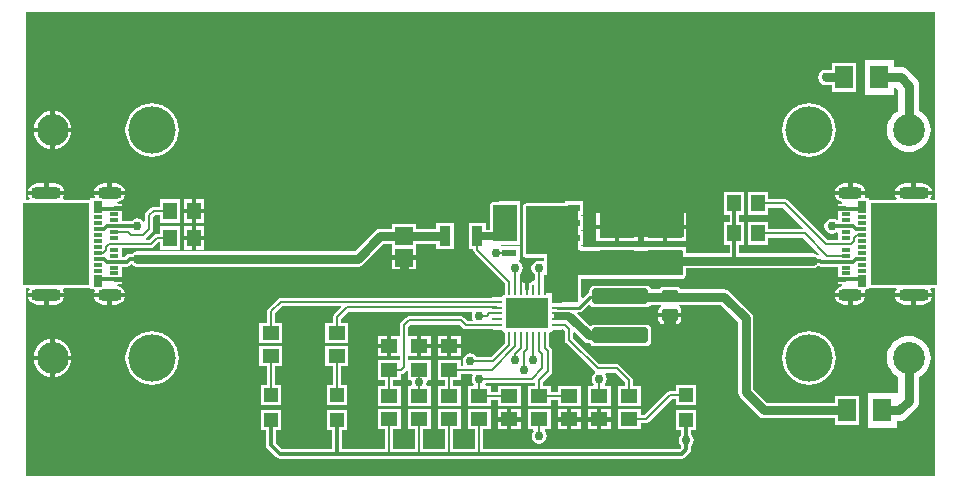
<source format=gbr>
%TF.GenerationSoftware,Altium Limited,CircuitMaker,2.0.2 (2.0.2.40)*%
G04 Layer_Physical_Order=1*
G04 Layer_Color=25308*
%FSLAX25Y25*%
%MOIN*%
%TF.SameCoordinates,4CCF3E00-E941-4990-BDAE-273065C54DFB*%
%TF.FilePolarity,Positive*%
%TF.FileFunction,Copper,L1,Top,Signal*%
%TF.Part,Single*%
G01*
G75*
%TA.AperFunction,SMDPad,CuDef*%
%ADD10R,0.06102X0.05905*%
%ADD11O,0.00984X0.03347*%
%ADD12O,0.03347X0.00984*%
%ADD13R,0.14370X0.10433*%
%ADD14R,0.05709X0.04724*%
G04:AMPARAMS|DCode=15|XSize=51.18mil|YSize=185.04mil|CornerRadius=5.12mil|HoleSize=0mil|Usage=FLASHONLY|Rotation=90.000|XOffset=0mil|YOffset=0mil|HoleType=Round|Shape=RoundedRectangle|*
%AMROUNDEDRECTD15*
21,1,0.05118,0.17480,0,0,90.0*
21,1,0.04095,0.18504,0,0,90.0*
1,1,0.01024,0.08740,0.02047*
1,1,0.01024,0.08740,-0.02047*
1,1,0.01024,-0.08740,-0.02047*
1,1,0.01024,-0.08740,0.02047*
%
%ADD15ROUNDEDRECTD15*%
%ADD16R,0.11811X0.07283*%
%ADD17R,0.04724X0.04724*%
%ADD18R,0.03740X0.06693*%
%ADD19R,0.04000X0.02400*%
%ADD20R,0.05000X0.02400*%
G04:AMPARAMS|DCode=21|XSize=55.12mil|YSize=39.37mil|CornerRadius=3.94mil|HoleSize=0mil|Usage=FLASHONLY|Rotation=180.000|XOffset=0mil|YOffset=0mil|HoleType=Round|Shape=RoundedRectangle|*
%AMROUNDEDRECTD21*
21,1,0.05512,0.03150,0,0,180.0*
21,1,0.04724,0.03937,0,0,180.0*
1,1,0.00787,-0.02362,0.01575*
1,1,0.00787,0.02362,0.01575*
1,1,0.00787,0.02362,-0.01575*
1,1,0.00787,-0.02362,-0.01575*
%
%ADD21ROUNDEDRECTD21*%
%ADD22R,0.05905X0.07480*%
%TA.AperFunction,ConnectorPad*%
%ADD23R,0.22244X0.27559*%
%ADD24R,0.02992X0.01181*%
%ADD25R,0.02756X0.01181*%
%ADD26R,0.02756X0.03937*%
%TA.AperFunction,SMDPad,CuDef*%
%ADD27R,0.04724X0.05709*%
%TA.AperFunction,Conductor*%
%ADD28C,0.03000*%
%ADD29C,0.01200*%
%ADD30C,0.00700*%
%ADD31C,0.04000*%
%ADD32C,0.00900*%
%ADD33C,0.02500*%
%ADD34C,0.00800*%
%ADD35R,0.15500X0.16000*%
%ADD36R,0.45300X0.08400*%
%ADD37R,0.28500X0.11800*%
%ADD38R,0.08500X0.32000*%
%ADD39R,0.05500X0.06000*%
%ADD40R,0.05600X0.02500*%
%ADD41R,0.08000X0.12000*%
%TA.AperFunction,ComponentPad*%
%ADD42C,0.15748*%
%ADD43C,0.10630*%
%ADD44O,0.10236X0.04331*%
%ADD45O,0.08268X0.04331*%
%TA.AperFunction,ViaPad*%
%ADD46C,0.03000*%
%ADD47C,0.01968*%
G36*
X404471Y193780D02*
X403097D01*
X402876Y194228D01*
X403017Y194412D01*
X403336Y195182D01*
X403346Y195258D01*
X391252D01*
X391263Y195182D01*
X391582Y194412D01*
X391722Y194228D01*
X391501Y193780D01*
X382591D01*
Y194173D01*
X381345D01*
X381039Y194673D01*
X381249Y195182D01*
X381259Y195258D01*
X371134D01*
X371145Y195182D01*
X371463Y194412D01*
X371971Y193750D01*
X372632Y193243D01*
X373402Y192924D01*
X373572Y192902D01*
X373540Y192402D01*
X372205D01*
Y191561D01*
X374701D01*
Y190433D01*
X372205D01*
Y189220D01*
Y187252D01*
Y187079D01*
X371705Y186836D01*
X371070Y187260D01*
X370094Y187454D01*
X369119Y187260D01*
X368292Y186708D01*
X367740Y185881D01*
X367546Y184906D01*
X367740Y183930D01*
X368292Y183103D01*
X369119Y182551D01*
X370094Y182357D01*
X371070Y182551D01*
X371705Y182975D01*
X372205Y182732D01*
Y181346D01*
Y180427D01*
X368591D01*
X355509Y193509D01*
X355046Y193819D01*
X354500Y193927D01*
X354500Y193927D01*
X348799D01*
Y196354D01*
X342075D01*
Y188646D01*
X348799D01*
Y191073D01*
X353909D01*
X360554Y184427D01*
X360347Y183927D01*
X348799D01*
Y186354D01*
X342075D01*
Y178646D01*
X348799D01*
Y181073D01*
X360409D01*
X365666Y175816D01*
X365669Y175787D01*
X365493Y175281D01*
X365311Y175260D01*
X364586Y175745D01*
X363610Y175939D01*
X339194D01*
Y178646D01*
X340925D01*
Y186354D01*
X339194D01*
Y188646D01*
X340925D01*
Y196354D01*
X334201D01*
Y188646D01*
X335932D01*
Y186354D01*
X334201D01*
Y178646D01*
X335932D01*
Y175939D01*
X321406D01*
Y178032D01*
X307594D01*
Y177920D01*
X305405D01*
Y178032D01*
X291595D01*
Y177920D01*
X287000D01*
Y178200D01*
X286520D01*
Y178800D01*
X287000D01*
Y183200D01*
X286520D01*
Y183800D01*
X287000D01*
Y188200D01*
X286520D01*
Y188800D01*
X287000D01*
Y193200D01*
X281000D01*
Y192520D01*
X268000D01*
X267610Y192442D01*
X267279Y192221D01*
X267058Y191890D01*
X266980Y191500D01*
Y175500D01*
X267058Y175110D01*
X267279Y174779D01*
X267610Y174558D01*
X268000Y174480D01*
X273980D01*
Y173443D01*
X273539Y173207D01*
X273412Y173292D01*
X272437Y173486D01*
X271462Y173292D01*
X270635Y172739D01*
X270082Y171912D01*
X269888Y170937D01*
X270082Y169962D01*
X270635Y169135D01*
X271061Y168850D01*
Y166902D01*
X270561Y166491D01*
X270468Y166509D01*
X269886Y166394D01*
X269484Y166125D01*
X269250Y166282D01*
Y165851D01*
X269063Y165570D01*
X268947Y164988D01*
Y163807D01*
X267750D01*
Y166282D01*
X267516Y166125D01*
X267114Y166394D01*
X266531Y166509D01*
X266439Y166491D01*
X265939Y166902D01*
Y168913D01*
X266365Y169198D01*
X266918Y170025D01*
X267112Y171000D01*
X266918Y171976D01*
X266365Y172802D01*
X265621Y173300D01*
X265657Y173673D01*
X265704Y173800D01*
X266000D01*
Y178200D01*
X259528D01*
X259431Y178300D01*
X259644Y178800D01*
X266000D01*
Y179902D01*
X266020Y180000D01*
Y192000D01*
X266000Y192098D01*
Y193200D01*
X259000D01*
Y193020D01*
X257000D01*
X256610Y192942D01*
X256279Y192721D01*
X256058Y192390D01*
X255980Y192000D01*
Y183794D01*
X254784D01*
Y185846D01*
X249043D01*
Y177154D01*
X250537D01*
Y177087D01*
X250642Y176560D01*
X250940Y176113D01*
X261218Y165835D01*
Y165614D01*
X261189Y165570D01*
X261073Y164988D01*
Y162626D01*
X261111Y162438D01*
X260793Y162051D01*
X260315D01*
Y161573D01*
X259928Y161256D01*
X259740Y161293D01*
X257378D01*
X256796Y161177D01*
X256752Y161148D01*
X186272D01*
X186272Y161148D01*
X185745Y161043D01*
X185298Y160745D01*
X185298Y160745D01*
X182027Y157473D01*
X181728Y157027D01*
X181624Y156500D01*
Y152799D01*
X179146D01*
Y146075D01*
X186854D01*
Y152799D01*
X184376D01*
Y155930D01*
X186842Y158395D01*
X206295D01*
X206487Y157933D01*
X204027Y155473D01*
X203728Y155027D01*
X203624Y154500D01*
Y152799D01*
X201146D01*
Y146075D01*
X208854D01*
Y152799D01*
X206377D01*
Y153930D01*
X208920Y156474D01*
X249948D01*
X250183Y156033D01*
X250145Y155975D01*
X249951Y155000D01*
X250145Y154025D01*
X250352Y153715D01*
X250116Y153274D01*
X248673D01*
X247473Y154473D01*
X247027Y154772D01*
X246500Y154876D01*
X229000D01*
X228473Y154772D01*
X228027Y154473D01*
X226527Y152973D01*
X226228Y152527D01*
X226123Y152000D01*
Y148299D01*
X223250D01*
Y144937D01*
Y141575D01*
X226123D01*
Y140425D01*
X218646D01*
Y133701D01*
X221124D01*
Y131799D01*
X218646D01*
Y125075D01*
X226354D01*
Y131799D01*
X223877D01*
Y133701D01*
X226354D01*
Y135687D01*
X226563D01*
X227090Y135791D01*
X227536Y136090D01*
X228146Y136699D01*
X228646Y136492D01*
Y133701D01*
X229696D01*
X230013Y133314D01*
X229951Y133000D01*
X230090Y132299D01*
X229740Y131799D01*
X228646D01*
Y125075D01*
X236354D01*
Y131799D01*
X235260D01*
X234910Y132299D01*
X235049Y133000D01*
X234986Y133314D01*
X235304Y133701D01*
X236354D01*
Y140425D01*
X228876D01*
Y141575D01*
X231750D01*
Y144937D01*
Y148299D01*
X228876D01*
Y151430D01*
X229570Y152124D01*
X245930D01*
X247129Y150924D01*
X247576Y150626D01*
X248102Y150521D01*
X256752D01*
X256796Y150492D01*
X257378Y150376D01*
X259740D01*
X259928Y150414D01*
X260315Y150096D01*
Y149618D01*
X260793D01*
X261111Y149232D01*
X261073Y149043D01*
Y146681D01*
X261189Y146099D01*
X261218Y146055D01*
Y145999D01*
X256595Y141376D01*
X251587D01*
X251302Y141802D01*
X250476Y142355D01*
X249500Y142549D01*
X248524Y142355D01*
X247698Y141802D01*
X247145Y140975D01*
X246951Y140000D01*
X247145Y139024D01*
X247241Y138880D01*
X247006Y138439D01*
X246354D01*
Y140425D01*
X238646D01*
Y133701D01*
X241124D01*
Y131799D01*
X238646D01*
Y125075D01*
X246354D01*
Y131799D01*
X243877D01*
Y133701D01*
X246354D01*
Y135687D01*
X250090D01*
X250325Y135246D01*
X250145Y134976D01*
X249951Y134000D01*
X250145Y133025D01*
X250630Y132299D01*
X250509Y131937D01*
X250408Y131799D01*
X248646D01*
Y125075D01*
X256354D01*
Y127061D01*
X258646D01*
Y125075D01*
X266354D01*
Y131799D01*
X258646D01*
Y129814D01*
X256354D01*
Y131799D01*
X254635D01*
X254425Y132230D01*
X254700Y132624D01*
X270000D01*
X270527Y132728D01*
X270623Y132793D01*
X271124Y132526D01*
Y131799D01*
X268646D01*
Y125075D01*
X276354D01*
Y127061D01*
X278646D01*
Y125075D01*
X286354D01*
Y131799D01*
X278646D01*
Y129814D01*
X276354D01*
Y131799D01*
X273877D01*
Y132930D01*
X276473Y135527D01*
X276772Y135973D01*
X276876Y136500D01*
Y143335D01*
X276772Y143861D01*
X276473Y144308D01*
X275782Y144999D01*
Y146055D01*
X275811Y146099D01*
X275927Y146681D01*
Y149043D01*
X275889Y149232D01*
X276207Y149618D01*
X276685D01*
Y150096D01*
X277071Y150414D01*
X277260Y150376D01*
X279622D01*
X280204Y150492D01*
X280248Y150521D01*
X280532D01*
X281123Y149930D01*
Y147000D01*
X281228Y146473D01*
X281527Y146027D01*
X290969Y136585D01*
X291030Y136136D01*
Y136024D01*
X290698Y135802D01*
X290145Y134976D01*
X289951Y134000D01*
X290145Y133025D01*
X290630Y132299D01*
X290509Y131937D01*
X290408Y131799D01*
X288646D01*
Y125075D01*
X296354D01*
Y131799D01*
X294592D01*
X294491Y131937D01*
X294370Y132299D01*
X294855Y133025D01*
X295049Y134000D01*
X294855Y134976D01*
X294422Y135624D01*
X294653Y136124D01*
X297930D01*
X301123Y132930D01*
Y131799D01*
X298646D01*
Y125075D01*
X306354D01*
Y131799D01*
X303876D01*
Y133500D01*
X303772Y134027D01*
X303473Y134473D01*
X303473Y134473D01*
X299473Y138473D01*
X299027Y138772D01*
X298500Y138876D01*
X292570D01*
X283876Y147570D01*
Y149365D01*
X284338Y149557D01*
X287194Y146702D01*
X288021Y146149D01*
X288996Y145955D01*
X289318D01*
X289336Y145867D01*
X289670Y145367D01*
X290170Y145033D01*
X290760Y144915D01*
X308240D01*
X308830Y145033D01*
X309330Y145367D01*
X309664Y145867D01*
X309782Y146457D01*
Y150551D01*
X309664Y151141D01*
X309330Y151641D01*
X308830Y151975D01*
X308240Y152093D01*
X290760D01*
X290170Y151975D01*
X289670Y151641D01*
X289482Y151623D01*
X285242Y155863D01*
X285433Y156325D01*
X285903D01*
X286469Y156437D01*
X286948Y156758D01*
X288895Y158705D01*
X289504Y158607D01*
X289670Y158359D01*
X290170Y158025D01*
X290760Y157907D01*
X308240D01*
X308830Y158025D01*
X309330Y158359D01*
X309613Y158782D01*
X313064D01*
X313094Y158762D01*
X313130Y158755D01*
Y158245D01*
X313094Y158238D01*
X312633Y157930D01*
X312325Y157469D01*
X312217Y156925D01*
Y156100D01*
X319783D01*
Y156925D01*
X319675Y157469D01*
X319367Y157930D01*
X319267Y157997D01*
X319209Y158637D01*
X319359Y158782D01*
X333114D01*
X338782Y153113D01*
Y129669D01*
X338976Y128694D01*
X339528Y127867D01*
X345698Y121698D01*
X346525Y121145D01*
X347500Y120951D01*
X371142D01*
Y118760D01*
X379047D01*
Y128240D01*
X371142D01*
Y126049D01*
X348556D01*
X343880Y130725D01*
Y154169D01*
X343686Y155145D01*
X343133Y155972D01*
X335972Y163133D01*
X335145Y163686D01*
X334169Y163880D01*
X319601D01*
X319367Y164229D01*
X318906Y164537D01*
X318362Y164645D01*
X313638D01*
X313094Y164537D01*
X312633Y164229D01*
X312400Y163880D01*
X309715D01*
X309664Y164133D01*
X309330Y164633D01*
X308830Y164967D01*
X308240Y165085D01*
X290760D01*
X290170Y164967D01*
X289670Y164633D01*
X289336Y164133D01*
X289218Y163543D01*
Y162767D01*
X288959Y162715D01*
X288865Y162697D01*
X288385Y162376D01*
X286982Y160972D01*
X286520Y161164D01*
Y167480D01*
X320300D01*
X320690Y167558D01*
X321021Y167779D01*
X321242Y168110D01*
X321320Y168500D01*
Y168748D01*
X321406D01*
Y170841D01*
X363610D01*
X364586Y171035D01*
X365413Y171587D01*
X365526Y171758D01*
X365781Y171587D01*
X366406Y171463D01*
X372205D01*
Y169535D01*
Y167567D01*
Y167567D01*
X374701D01*
Y166439D01*
X372205D01*
Y165598D01*
X373540D01*
X373572Y165098D01*
X373402Y165076D01*
X372632Y164757D01*
X371971Y164250D01*
X371463Y163589D01*
X371145Y162819D01*
X371134Y162742D01*
X381259D01*
X381249Y162819D01*
X381039Y163327D01*
X381345Y163827D01*
X382591D01*
Y164220D01*
X391501D01*
X391722Y163772D01*
X391582Y163589D01*
X391263Y162819D01*
X391252Y162742D01*
X403346D01*
X403336Y162819D01*
X403017Y163589D01*
X402876Y163772D01*
X403097Y164220D01*
X404471D01*
Y101529D01*
X101529D01*
Y164220D01*
X102403D01*
X102624Y163772D01*
X102483Y163588D01*
X102164Y162818D01*
X102154Y162742D01*
X114248D01*
X114237Y162818D01*
X113918Y163588D01*
X113778Y163772D01*
X113999Y164220D01*
X122909D01*
Y163827D01*
X124155D01*
X124461Y163327D01*
X124251Y162818D01*
X124241Y162742D01*
X134366D01*
X134355Y162818D01*
X134037Y163588D01*
X133529Y164250D01*
X132868Y164757D01*
X132098Y165076D01*
X131928Y165098D01*
X131960Y165598D01*
X133295D01*
Y166439D01*
X130799D01*
Y167567D01*
X133295D01*
Y167567D01*
Y169535D01*
Y171463D01*
X135094D01*
X135719Y171587D01*
X136248Y171941D01*
X136522Y172215D01*
X136698Y172198D01*
X137524Y171645D01*
X138500Y171451D01*
X212000D01*
X212976Y171645D01*
X213802Y172198D01*
X220556Y178951D01*
X223449D01*
Y177591D01*
Y175207D01*
X231551D01*
Y177591D01*
Y178951D01*
X238216D01*
Y177154D01*
X243957D01*
Y185846D01*
X238216D01*
Y184049D01*
X231551D01*
Y185496D01*
X223449D01*
Y184049D01*
X219500D01*
X218525Y183855D01*
X217698Y183302D01*
X210944Y176549D01*
X138500D01*
X137524Y176355D01*
X136698Y175802D01*
X136583Y175631D01*
X136000D01*
X135376Y175507D01*
X134846Y175154D01*
X134419Y174726D01*
X133295D01*
Y175441D01*
Y177573D01*
X143000D01*
X143000Y177573D01*
X143546Y177681D01*
X144009Y177991D01*
X145591Y179573D01*
X146201D01*
Y177146D01*
X152925D01*
Y184854D01*
X146201D01*
Y182427D01*
X145000D01*
X145000Y182427D01*
X144454Y182319D01*
X143991Y182009D01*
X143991Y182009D01*
X142409Y180427D01*
X141566D01*
X141415Y180927D01*
X141509Y180991D01*
X143509Y182991D01*
X143509Y182991D01*
X143819Y183454D01*
X143927Y184000D01*
X143927Y184000D01*
Y187909D01*
X144591Y188573D01*
X146201D01*
Y186146D01*
X152925D01*
Y193854D01*
X146201D01*
Y191427D01*
X144000D01*
X144000Y191427D01*
X143454Y191319D01*
X142991Y191009D01*
X141491Y189509D01*
X141181Y189046D01*
X141073Y188500D01*
X141073Y188500D01*
Y186550D01*
X140573Y186398D01*
X140302Y186802D01*
X139476Y187355D01*
X138500Y187549D01*
X137524Y187355D01*
X136698Y186802D01*
X136520Y186537D01*
X133295D01*
Y187252D01*
Y189220D01*
Y190433D01*
X130799D01*
Y191561D01*
X133295D01*
Y192402D01*
X131960D01*
X131928Y192902D01*
X132098Y192924D01*
X132868Y193243D01*
X133529Y193750D01*
X134037Y194412D01*
X134355Y195182D01*
X134366Y195258D01*
X124241D01*
X124251Y195182D01*
X124461Y194673D01*
X124155Y194173D01*
X122909D01*
Y193780D01*
X113999D01*
X113778Y194228D01*
X113918Y194412D01*
X114237Y195182D01*
X114248Y195258D01*
X102154D01*
X102164Y195182D01*
X102483Y194412D01*
X102624Y194228D01*
X102403Y193780D01*
X101529D01*
Y256471D01*
X404471D01*
Y193780D01*
D02*
G37*
%LPC*%
G36*
X378047Y239240D02*
X370142D01*
Y237049D01*
X368000D01*
X367024Y236855D01*
X366198Y236302D01*
X365645Y235475D01*
X365451Y234500D01*
X365645Y233524D01*
X366198Y232698D01*
X367024Y232145D01*
X368000Y231951D01*
X370142D01*
Y229760D01*
X378047D01*
Y239240D01*
D02*
G37*
G36*
X111033Y223264D02*
Y217742D01*
X116555D01*
X116507Y218230D01*
X116146Y219421D01*
X115560Y220517D01*
X114770Y221479D01*
X113809Y222268D01*
X112712Y222855D01*
X111521Y223216D01*
X111033Y223264D01*
D02*
G37*
G36*
X109534D02*
X109046Y223216D01*
X107855Y222855D01*
X106758Y222268D01*
X105797Y221479D01*
X105007Y220517D01*
X104421Y219421D01*
X104060Y218230D01*
X104012Y217742D01*
X109534D01*
Y223264D01*
D02*
G37*
G36*
X116555Y216242D02*
X111033D01*
Y210720D01*
X111521Y210769D01*
X112712Y211130D01*
X113809Y211716D01*
X114770Y212505D01*
X115560Y213467D01*
X116146Y214564D01*
X116507Y215754D01*
X116555Y216242D01*
D02*
G37*
G36*
X109534D02*
X104012D01*
X104060Y215754D01*
X104421Y214564D01*
X105007Y213467D01*
X105797Y212505D01*
X106758Y211716D01*
X107855Y211130D01*
X109046Y210769D01*
X109534Y210720D01*
Y216242D01*
D02*
G37*
G36*
X390858Y240240D02*
X380953D01*
Y228760D01*
X390858D01*
Y230970D01*
X391538D01*
X392186Y230321D01*
Y223399D01*
X391633Y223104D01*
X390519Y222190D01*
X389605Y221076D01*
X388926Y219805D01*
X388507Y218426D01*
X388366Y216992D01*
X388507Y215558D01*
X388926Y214179D01*
X389605Y212909D01*
X390519Y211795D01*
X391633Y210880D01*
X392904Y210201D01*
X394283Y209783D01*
X395717Y209642D01*
X397150Y209783D01*
X398529Y210201D01*
X399800Y210880D01*
X400914Y211795D01*
X401828Y212909D01*
X402507Y214179D01*
X402926Y215558D01*
X403067Y216992D01*
X402926Y218426D01*
X402507Y219805D01*
X401828Y221076D01*
X400914Y222190D01*
X399800Y223104D01*
X399247Y223399D01*
Y231784D01*
X399126Y232697D01*
X398774Y233549D01*
X398213Y234280D01*
X395496Y236996D01*
X394765Y237557D01*
X393914Y237910D01*
X393000Y238030D01*
X390858D01*
Y240240D01*
D02*
G37*
G36*
X362488Y225909D02*
X360749Y225738D01*
X359076Y225230D01*
X357534Y224406D01*
X356183Y223297D01*
X355074Y221946D01*
X354250Y220405D01*
X353743Y218732D01*
X353571Y216992D01*
X353743Y215252D01*
X354250Y213580D01*
X355074Y212038D01*
X356183Y210687D01*
X357534Y209578D01*
X359076Y208754D01*
X360749Y208246D01*
X362488Y208075D01*
X364228Y208246D01*
X365901Y208754D01*
X367442Y209578D01*
X368793Y210687D01*
X369902Y212038D01*
X370726Y213580D01*
X371234Y215252D01*
X371405Y216992D01*
X371234Y218732D01*
X370726Y220405D01*
X369902Y221946D01*
X368793Y223297D01*
X367442Y224406D01*
X365901Y225230D01*
X364228Y225738D01*
X362488Y225909D01*
D02*
G37*
G36*
X143512D02*
X141772Y225738D01*
X140099Y225230D01*
X138558Y224406D01*
X137207Y223297D01*
X136098Y221946D01*
X135274Y220405D01*
X134766Y218732D01*
X134595Y216992D01*
X134766Y215252D01*
X135274Y213580D01*
X136098Y212038D01*
X137207Y210687D01*
X138558Y209578D01*
X140099Y208754D01*
X141772Y208246D01*
X143512Y208075D01*
X145251Y208246D01*
X146924Y208754D01*
X148466Y209578D01*
X149817Y210687D01*
X150926Y212038D01*
X151750Y213580D01*
X152257Y215252D01*
X152429Y216992D01*
X152257Y218732D01*
X151750Y220405D01*
X150926Y221946D01*
X149817Y223297D01*
X148466Y224406D01*
X146924Y225230D01*
X145251Y225738D01*
X143512Y225909D01*
D02*
G37*
G36*
X400252Y199200D02*
X398049D01*
Y196758D01*
X403346D01*
X403336Y196834D01*
X403017Y197604D01*
X402509Y198265D01*
X401848Y198773D01*
X401078Y199092D01*
X400252Y199200D01*
D02*
G37*
G36*
X396549D02*
X394346D01*
X393520Y199092D01*
X392750Y198773D01*
X392089Y198265D01*
X391582Y197604D01*
X391263Y196834D01*
X391252Y196758D01*
X396549D01*
Y199200D01*
D02*
G37*
G36*
X378165D02*
X376947D01*
Y196758D01*
X381259D01*
X381249Y196834D01*
X380930Y197604D01*
X380423Y198265D01*
X379762Y198773D01*
X378992Y199092D01*
X378165Y199200D01*
D02*
G37*
G36*
X375447D02*
X374228D01*
X373402Y199092D01*
X372632Y198773D01*
X371971Y198265D01*
X371463Y197604D01*
X371145Y196834D01*
X371134Y196758D01*
X375447D01*
Y199200D01*
D02*
G37*
G36*
X131272Y199200D02*
X130053D01*
Y196758D01*
X134366D01*
X134355Y196834D01*
X134037Y197604D01*
X133529Y198265D01*
X132868Y198773D01*
X132098Y199092D01*
X131272Y199200D01*
D02*
G37*
G36*
X128553D02*
X127335D01*
X126508Y199092D01*
X125738Y198773D01*
X125077Y198265D01*
X124570Y197604D01*
X124251Y196834D01*
X124241Y196758D01*
X128553D01*
Y199200D01*
D02*
G37*
G36*
X111153D02*
X108951D01*
Y196758D01*
X114248D01*
X114237Y196834D01*
X113918Y197604D01*
X113411Y198265D01*
X112750Y198773D01*
X111980Y199092D01*
X111153Y199200D01*
D02*
G37*
G36*
X107451D02*
X105248D01*
X104422Y199092D01*
X103652Y198773D01*
X102990Y198265D01*
X102483Y197604D01*
X102164Y196834D01*
X102154Y196758D01*
X107451D01*
Y199200D01*
D02*
G37*
G36*
X160799Y193854D02*
X158187D01*
Y190750D01*
X160799D01*
Y193854D01*
D02*
G37*
G36*
X156687D02*
X154075D01*
Y190750D01*
X156687D01*
Y193854D01*
D02*
G37*
G36*
X160799Y189250D02*
X158187D01*
Y186146D01*
X160799D01*
Y189250D01*
D02*
G37*
G36*
X156687D02*
X154075D01*
Y186146D01*
X156687D01*
Y189250D01*
D02*
G37*
G36*
X321406Y189252D02*
X315250D01*
Y185360D01*
X321406D01*
Y189252D01*
D02*
G37*
G36*
X313750D02*
X307594D01*
Y185360D01*
X313750D01*
Y189252D01*
D02*
G37*
G36*
X305405D02*
X299250D01*
Y185360D01*
X305405D01*
Y189252D01*
D02*
G37*
G36*
X297750D02*
X291595D01*
Y185360D01*
X297750D01*
Y189252D01*
D02*
G37*
G36*
X160799Y184854D02*
X158187D01*
Y181750D01*
X160799D01*
Y184854D01*
D02*
G37*
G36*
X156687D02*
X154075D01*
Y181750D01*
X156687D01*
Y184854D01*
D02*
G37*
G36*
X321406Y183860D02*
X315250D01*
Y179969D01*
X321406D01*
Y183860D01*
D02*
G37*
G36*
X313750D02*
X307594D01*
Y179969D01*
X313750D01*
Y183860D01*
D02*
G37*
G36*
X305405D02*
X299250D01*
Y179969D01*
X305405D01*
Y183860D01*
D02*
G37*
G36*
X297750D02*
X291595D01*
Y179969D01*
X297750D01*
Y183860D01*
D02*
G37*
G36*
X160799Y180250D02*
X158187D01*
Y177146D01*
X160799D01*
Y180250D01*
D02*
G37*
G36*
X156687D02*
X154075D01*
Y177146D01*
X156687D01*
Y180250D01*
D02*
G37*
G36*
X231551Y173707D02*
X228250D01*
Y170504D01*
X231551D01*
Y173707D01*
D02*
G37*
G36*
X226750D02*
X223449D01*
Y170504D01*
X226750D01*
Y173707D01*
D02*
G37*
G36*
X403346Y161242D02*
X398049D01*
Y158800D01*
X400252D01*
X401078Y158908D01*
X401848Y159227D01*
X402509Y159735D01*
X403017Y160396D01*
X403336Y161166D01*
X403346Y161242D01*
D02*
G37*
G36*
X396549D02*
X391252D01*
X391263Y161166D01*
X391582Y160396D01*
X392089Y159735D01*
X392750Y159227D01*
X393520Y158908D01*
X394346Y158800D01*
X396549D01*
Y161242D01*
D02*
G37*
G36*
X381259D02*
X376947D01*
Y158800D01*
X378165D01*
X378992Y158908D01*
X379762Y159227D01*
X380423Y159735D01*
X380930Y160396D01*
X381249Y161166D01*
X381259Y161242D01*
D02*
G37*
G36*
X375447D02*
X371134D01*
X371145Y161166D01*
X371463Y160396D01*
X371971Y159735D01*
X372632Y159227D01*
X373402Y158908D01*
X374228Y158800D01*
X375447D01*
Y161242D01*
D02*
G37*
G36*
X134366Y161242D02*
X130053D01*
Y158800D01*
X131272D01*
X132098Y158908D01*
X132868Y159227D01*
X133529Y159735D01*
X134037Y160396D01*
X134355Y161166D01*
X134366Y161242D01*
D02*
G37*
G36*
X128553D02*
X124241D01*
X124251Y161166D01*
X124570Y160396D01*
X125077Y159735D01*
X125738Y159227D01*
X126508Y158908D01*
X127335Y158800D01*
X128553D01*
Y161242D01*
D02*
G37*
G36*
X114248D02*
X108951D01*
Y158800D01*
X111153D01*
X111980Y158908D01*
X112750Y159227D01*
X113411Y159735D01*
X113918Y160396D01*
X114237Y161166D01*
X114248Y161242D01*
D02*
G37*
G36*
X107451D02*
X102154D01*
X102164Y161166D01*
X102483Y160396D01*
X102990Y159735D01*
X103652Y159227D01*
X104422Y158908D01*
X105248Y158800D01*
X107451D01*
Y161242D01*
D02*
G37*
G36*
X319783Y154600D02*
X316750D01*
Y152355D01*
X318362D01*
X318906Y152463D01*
X319367Y152771D01*
X319675Y153232D01*
X319783Y153776D01*
Y154600D01*
D02*
G37*
G36*
X315250D02*
X312217D01*
Y153776D01*
X312325Y153232D01*
X312633Y152771D01*
X313094Y152463D01*
X313638Y152355D01*
X315250D01*
Y154600D01*
D02*
G37*
G36*
X246354Y148299D02*
X243250D01*
Y145687D01*
X246354D01*
Y148299D01*
D02*
G37*
G36*
X241750D02*
X238646D01*
Y145687D01*
X241750D01*
Y148299D01*
D02*
G37*
G36*
X236354D02*
X233250D01*
Y145687D01*
X236354D01*
Y148299D01*
D02*
G37*
G36*
X221750D02*
X218646D01*
Y145687D01*
X221750D01*
Y148299D01*
D02*
G37*
G36*
X111033Y147280D02*
Y141758D01*
X116555D01*
X116507Y142246D01*
X116146Y143436D01*
X115560Y144533D01*
X114770Y145495D01*
X113809Y146284D01*
X112712Y146870D01*
X111521Y147231D01*
X111033Y147280D01*
D02*
G37*
G36*
X109534D02*
X109046Y147231D01*
X107855Y146870D01*
X106758Y146284D01*
X105797Y145495D01*
X105007Y144533D01*
X104421Y143436D01*
X104060Y142246D01*
X104012Y141758D01*
X109534D01*
Y147280D01*
D02*
G37*
G36*
X246354Y144187D02*
X243250D01*
Y141575D01*
X246354D01*
Y144187D01*
D02*
G37*
G36*
X241750D02*
X238646D01*
Y141575D01*
X241750D01*
Y144187D01*
D02*
G37*
G36*
X236354D02*
X233250D01*
Y141575D01*
X236354D01*
Y144187D01*
D02*
G37*
G36*
X221750D02*
X218646D01*
Y141575D01*
X221750D01*
Y144187D01*
D02*
G37*
G36*
X116555Y140258D02*
X111033D01*
Y134736D01*
X111521Y134784D01*
X112712Y135145D01*
X113809Y135732D01*
X114770Y136521D01*
X115560Y137483D01*
X116146Y138579D01*
X116507Y139770D01*
X116555Y140258D01*
D02*
G37*
G36*
X109534D02*
X104012D01*
X104060Y139770D01*
X104421Y138579D01*
X105007Y137483D01*
X105797Y136521D01*
X106758Y135732D01*
X107855Y135145D01*
X109046Y134784D01*
X109534Y134736D01*
Y140258D01*
D02*
G37*
G36*
X362488Y149925D02*
X360749Y149753D01*
X359076Y149246D01*
X357534Y148422D01*
X356183Y147313D01*
X355074Y145962D01*
X354250Y144420D01*
X353743Y142747D01*
X353571Y141008D01*
X353743Y139268D01*
X354250Y137595D01*
X355074Y136054D01*
X356183Y134703D01*
X357534Y133594D01*
X359076Y132770D01*
X360749Y132262D01*
X362488Y132091D01*
X364228Y132262D01*
X365901Y132770D01*
X367442Y133594D01*
X368793Y134703D01*
X369902Y136054D01*
X370726Y137595D01*
X371234Y139268D01*
X371405Y141008D01*
X371234Y142747D01*
X370726Y144420D01*
X369902Y145962D01*
X368793Y147313D01*
X367442Y148422D01*
X365901Y149246D01*
X364228Y149753D01*
X362488Y149925D01*
D02*
G37*
G36*
X143512D02*
X141772Y149753D01*
X140099Y149246D01*
X138558Y148422D01*
X137207Y147313D01*
X136098Y145962D01*
X135274Y144420D01*
X134766Y142747D01*
X134595Y141008D01*
X134766Y139268D01*
X135274Y137595D01*
X136098Y136054D01*
X137207Y134703D01*
X138558Y133594D01*
X140099Y132770D01*
X141772Y132262D01*
X143512Y132091D01*
X145251Y132262D01*
X146924Y132770D01*
X148466Y133594D01*
X149817Y134703D01*
X150926Y136054D01*
X151750Y137595D01*
X152257Y139268D01*
X152429Y141008D01*
X152257Y142747D01*
X151750Y144420D01*
X150926Y145962D01*
X149817Y147313D01*
X148466Y148422D01*
X146924Y149246D01*
X145251Y149753D01*
X143512Y149925D01*
D02*
G37*
G36*
X324862Y131996D02*
X318138D01*
Y130010D01*
X316134D01*
X315607Y129905D01*
X315428Y129786D01*
X315161Y129607D01*
X315160Y129607D01*
X307493Y121939D01*
X306354D01*
Y123925D01*
X298646D01*
Y117201D01*
X306354D01*
Y119186D01*
X308063D01*
X308590Y119291D01*
X309036Y119590D01*
X316704Y127257D01*
X318138D01*
Y125272D01*
X324862D01*
Y131996D01*
D02*
G37*
G36*
X208854Y144925D02*
X201146D01*
Y138201D01*
X203624D01*
Y131996D01*
X201638D01*
Y125272D01*
X208362D01*
Y131996D01*
X206377D01*
Y138201D01*
X208854D01*
Y144925D01*
D02*
G37*
G36*
X186854D02*
X179146D01*
Y138201D01*
X181624D01*
Y131996D01*
X179638D01*
Y125272D01*
X186362D01*
Y131996D01*
X184376D01*
Y138201D01*
X186854D01*
Y144925D01*
D02*
G37*
G36*
X296354Y123925D02*
X293250D01*
Y121313D01*
X296354D01*
Y123925D01*
D02*
G37*
G36*
X291750D02*
X288646D01*
Y121313D01*
X291750D01*
Y123925D01*
D02*
G37*
G36*
X286354D02*
X283250D01*
Y121313D01*
X286354D01*
Y123925D01*
D02*
G37*
G36*
X281750D02*
X278646D01*
Y121313D01*
X281750D01*
Y123925D01*
D02*
G37*
G36*
X266354D02*
X263250D01*
Y121313D01*
X266354D01*
Y123925D01*
D02*
G37*
G36*
X261750D02*
X258646D01*
Y121313D01*
X261750D01*
Y123925D01*
D02*
G37*
G36*
X395717Y148358D02*
X394283Y148217D01*
X392904Y147799D01*
X391633Y147119D01*
X390519Y146205D01*
X389605Y145091D01*
X388926Y143821D01*
X388507Y142442D01*
X388366Y141008D01*
X388507Y139574D01*
X388926Y138195D01*
X389605Y136924D01*
X390519Y135810D01*
X391633Y134896D01*
X392186Y134600D01*
Y129604D01*
X391858Y129240D01*
X381953D01*
Y117760D01*
X391858D01*
Y119970D01*
X392500D01*
X393414Y120090D01*
X394265Y120443D01*
X394996Y121004D01*
X398213Y124220D01*
X398774Y124951D01*
X399126Y125803D01*
X399247Y126716D01*
Y134600D01*
X399800Y134896D01*
X400914Y135810D01*
X401828Y136924D01*
X402507Y138195D01*
X402926Y139574D01*
X403067Y141008D01*
X402926Y142442D01*
X402507Y143821D01*
X401828Y145091D01*
X400914Y146205D01*
X399800Y147119D01*
X398529Y147799D01*
X397150Y148217D01*
X395717Y148358D01*
D02*
G37*
G36*
X296354Y119813D02*
X293250D01*
Y117201D01*
X296354D01*
Y119813D01*
D02*
G37*
G36*
X291750D02*
X288646D01*
Y117201D01*
X291750D01*
Y119813D01*
D02*
G37*
G36*
X286354D02*
X283250D01*
Y117201D01*
X286354D01*
Y119813D01*
D02*
G37*
G36*
X281750D02*
X278646D01*
Y117201D01*
X281750D01*
Y119813D01*
D02*
G37*
G36*
X266354D02*
X263250D01*
Y117201D01*
X266354D01*
Y119813D01*
D02*
G37*
G36*
X261750D02*
X258646D01*
Y117201D01*
X261750D01*
Y119813D01*
D02*
G37*
G36*
X276354Y123925D02*
X268646D01*
Y117201D01*
X270408D01*
X270509Y117063D01*
X270630Y116701D01*
X270145Y115975D01*
X269951Y115000D01*
X270145Y114024D01*
X270698Y113198D01*
X271525Y112645D01*
X272500Y112451D01*
X273476Y112645D01*
X274302Y113198D01*
X274855Y114024D01*
X275049Y115000D01*
X274855Y115975D01*
X274370Y116701D01*
X274491Y117063D01*
X274592Y117201D01*
X276354D01*
Y123925D01*
D02*
G37*
G36*
X256354D02*
X248646D01*
Y117201D01*
X251123D01*
Y110631D01*
X243877D01*
Y117201D01*
X246354D01*
Y123925D01*
X238646D01*
Y117201D01*
X241124D01*
Y110631D01*
X233876D01*
Y117201D01*
X236354D01*
Y123925D01*
X228646D01*
Y117201D01*
X231123D01*
Y110631D01*
X223877D01*
Y117201D01*
X226354D01*
Y123925D01*
X218646D01*
Y117201D01*
X221124D01*
Y110631D01*
X206631D01*
Y117004D01*
X208362D01*
Y123728D01*
X201638D01*
Y117004D01*
X203369D01*
Y110631D01*
X186676D01*
X184631Y112676D01*
Y117004D01*
X186362D01*
Y123728D01*
X179638D01*
Y117004D01*
X181369D01*
Y112000D01*
X181493Y111376D01*
X181846Y110846D01*
X184846Y107846D01*
X185376Y107493D01*
X186000Y107369D01*
X320000D01*
X320624Y107493D01*
X321153Y107846D01*
X322654Y109346D01*
X323007Y109876D01*
X323131Y110500D01*
Y111583D01*
X323302Y111698D01*
X323855Y112524D01*
X324049Y113500D01*
X323855Y114476D01*
X323302Y115302D01*
X323131Y115417D01*
Y117004D01*
X324862D01*
Y123728D01*
X318138D01*
Y117004D01*
X319869D01*
Y115417D01*
X319698Y115302D01*
X319145Y114476D01*
X318951Y113500D01*
X319145Y112524D01*
X319698Y111698D01*
X319783Y111640D01*
X319816Y111123D01*
X319324Y110631D01*
X253876D01*
Y117201D01*
X256354D01*
Y123925D01*
D02*
G37*
%LPD*%
D10*
X227500Y181543D02*
D03*
Y174457D02*
D03*
D11*
X274406Y163807D02*
D03*
X272437D02*
D03*
X270468D02*
D03*
X268500D02*
D03*
X266531D02*
D03*
X264563D02*
D03*
X262595D02*
D03*
Y147862D02*
D03*
X264563D02*
D03*
X266531D02*
D03*
X268500D02*
D03*
X270468D02*
D03*
X272437D02*
D03*
X274406D02*
D03*
D12*
X258559Y159772D02*
D03*
Y157803D02*
D03*
Y155835D02*
D03*
Y153866D02*
D03*
Y151898D02*
D03*
X278441D02*
D03*
Y153866D02*
D03*
Y155835D02*
D03*
Y157803D02*
D03*
Y159772D02*
D03*
D13*
X268500Y155835D02*
D03*
D14*
X222500Y128437D02*
D03*
Y120563D02*
D03*
X232500Y128437D02*
D03*
Y120563D02*
D03*
X242500Y128437D02*
D03*
Y120563D02*
D03*
Y144937D02*
D03*
Y137063D02*
D03*
X232500Y144937D02*
D03*
Y137063D02*
D03*
X222500Y144937D02*
D03*
Y137063D02*
D03*
X205000Y149437D02*
D03*
Y141563D02*
D03*
X183000Y149437D02*
D03*
Y141563D02*
D03*
X302500Y128437D02*
D03*
Y120563D02*
D03*
X252500D02*
D03*
Y128437D02*
D03*
X262500Y120563D02*
D03*
Y128437D02*
D03*
X282500D02*
D03*
Y120563D02*
D03*
X272500D02*
D03*
Y128437D02*
D03*
X292500Y120563D02*
D03*
Y128437D02*
D03*
D15*
X299500Y148504D02*
D03*
Y161496D02*
D03*
D16*
X298500Y184610D02*
D03*
Y173390D02*
D03*
X314500Y184610D02*
D03*
Y173390D02*
D03*
D17*
X205000Y120366D02*
D03*
Y128634D02*
D03*
X183000Y120366D02*
D03*
Y128634D02*
D03*
X321500Y120366D02*
D03*
Y128634D02*
D03*
D18*
X241087Y181500D02*
D03*
X251913D02*
D03*
D19*
X284000Y191000D02*
D03*
Y186000D02*
D03*
Y181000D02*
D03*
Y176000D02*
D03*
D20*
X262500D02*
D03*
Y181000D02*
D03*
Y186000D02*
D03*
Y191000D02*
D03*
D21*
X316000Y155350D02*
D03*
Y161650D02*
D03*
D22*
X375095Y123500D02*
D03*
X386906D02*
D03*
X374095Y234500D02*
D03*
X385906D02*
D03*
D23*
X393992Y179000D02*
D03*
X111508Y179000D02*
D03*
D24*
X374701Y167189D02*
D03*
Y169158D02*
D03*
Y171126D02*
D03*
Y173094D02*
D03*
Y175063D02*
D03*
Y177032D02*
D03*
Y180968D02*
D03*
Y182937D02*
D03*
Y184906D02*
D03*
Y186874D02*
D03*
Y188842D02*
D03*
Y190811D02*
D03*
X130799Y190811D02*
D03*
Y188842D02*
D03*
Y186874D02*
D03*
Y184906D02*
D03*
Y182937D02*
D03*
Y180968D02*
D03*
Y177032D02*
D03*
Y175063D02*
D03*
Y173094D02*
D03*
Y171126D02*
D03*
Y169158D02*
D03*
Y167189D02*
D03*
D25*
X380213Y178016D02*
D03*
Y179984D02*
D03*
Y181953D02*
D03*
Y183921D02*
D03*
Y176047D02*
D03*
Y174079D02*
D03*
Y170142D02*
D03*
Y172110D02*
D03*
Y185890D02*
D03*
Y187858D02*
D03*
X125287Y179984D02*
D03*
Y178016D02*
D03*
Y176047D02*
D03*
Y174079D02*
D03*
Y181953D02*
D03*
Y183921D02*
D03*
Y187858D02*
D03*
Y185890D02*
D03*
Y172110D02*
D03*
Y170142D02*
D03*
D26*
X380213Y166795D02*
D03*
Y191205D02*
D03*
X125287Y191205D02*
D03*
Y166795D02*
D03*
D27*
X345437Y182500D02*
D03*
X337563D02*
D03*
X345437Y192500D02*
D03*
X337563D02*
D03*
X157437Y181000D02*
D03*
X149563D02*
D03*
X157437Y190000D02*
D03*
X149563D02*
D03*
D28*
X227500Y168000D02*
Y174457D01*
X219500Y181500D02*
X236500D01*
X212000Y174000D02*
X219500Y181500D01*
X138500Y174000D02*
X212000D01*
X386906Y123500D02*
X392500D01*
X347500D02*
X375095D01*
X385906Y234500D02*
X393000D01*
X395717Y231784D01*
Y216992D02*
Y231784D01*
X341331Y129669D02*
X347500Y123500D01*
X282900Y154600D02*
X288996Y148504D01*
X299500D01*
X392500Y123500D02*
X395717Y126716D01*
Y141008D01*
X236500Y181500D02*
X241087D01*
X329831Y161331D02*
X334169D01*
X341331Y154169D01*
Y129669D02*
Y154169D01*
X299500Y161331D02*
X329831D01*
X368000Y234500D02*
X374095D01*
X314500Y173390D02*
X337500D01*
X363610D01*
D29*
X130799Y184906D02*
X138406D01*
X222500Y109000D02*
X232500D01*
X205000D02*
X222500D01*
X205000D02*
Y120366D01*
X186000Y109000D02*
X205000D01*
X183000Y112000D02*
X186000Y109000D01*
X183000Y112000D02*
Y120366D01*
X232500Y109000D02*
X242500D01*
X252500D01*
X320000D01*
X321500Y110500D01*
Y113500D01*
Y120366D01*
X378079Y174079D02*
X380213D01*
X377095Y173094D02*
X378079Y174079D01*
X374701Y173094D02*
X377095D01*
X337500Y173390D02*
X337563Y173453D01*
Y182500D01*
Y192500D01*
X363610Y173390D02*
X366110D01*
X366406Y173094D01*
X374701D01*
Y167189D02*
X379819D01*
X374701Y190811D02*
X379819D01*
X380213Y191205D01*
X370189Y190811D02*
X374701D01*
X370189Y167189D02*
X374701D01*
X370094Y184906D02*
X374701D01*
X377095D01*
X378079Y183921D01*
X380213D01*
X125287Y183921D02*
X127421D01*
X128405Y184906D01*
X130799D01*
X125287Y174079D02*
X127421D01*
X128405Y173094D01*
X130799D01*
X125681Y167189D02*
X137500D01*
X125287Y166795D02*
X125681Y167189D01*
Y190811D02*
X137000D01*
X125287Y191205D02*
X125681Y190811D01*
X130799Y173094D02*
X135094D01*
X136000Y174000D01*
X138500D01*
X138406Y184906D02*
X138500Y185000D01*
D30*
X272437Y163807D02*
Y170937D01*
X266531Y167032D02*
X268500Y169000D01*
X266531Y163807D02*
Y167032D01*
X264563Y163807D02*
Y171000D01*
X268500Y163807D02*
Y169000D01*
X262595Y163807D02*
Y166405D01*
X251913Y177087D02*
X262595Y166405D01*
X258000Y176000D02*
X262500D01*
X274406Y181905D02*
X274500Y182000D01*
X232500Y133000D02*
Y137063D01*
Y128437D02*
Y133000D01*
X249500Y140000D02*
X257165D01*
X262595Y145429D01*
X256728Y137063D02*
X264563Y144898D01*
X242500Y137063D02*
X256728D01*
X272500Y115000D02*
Y120563D01*
X267500Y137000D02*
Y142835D01*
X282500Y115000D02*
Y120563D01*
X272500Y128437D02*
X282500D01*
X272500D02*
Y133500D01*
X275500Y136500D01*
Y143335D01*
X274406Y144429D02*
X275500Y143335D01*
X252500Y128437D02*
Y134000D01*
X255835Y155835D02*
X258559D01*
X255000Y155000D02*
X255835Y155835D01*
X252500Y155000D02*
X255000D01*
X248102Y151898D02*
X258559D01*
X246500Y153500D02*
X248102Y151898D01*
X229000Y153500D02*
X246500D01*
X227500Y152000D02*
X229000Y153500D01*
X222500Y137063D02*
X226563D01*
X227500Y138000D01*
Y152000D01*
X186272Y159772D02*
X258559D01*
X242500Y144937D02*
Y150000D01*
X232500Y144937D02*
Y150000D01*
X222500Y144937D02*
Y150000D01*
X252500Y109000D02*
Y120563D01*
X274406Y144429D02*
Y147862D01*
X272437Y143398D02*
X273500Y142335D01*
X272437Y143398D02*
Y147862D01*
X252500Y128437D02*
X262500D01*
X222500Y109000D02*
Y120563D01*
Y128437D02*
Y137063D01*
X242500Y128437D02*
Y137063D01*
X183000Y128634D02*
Y141563D01*
X205000Y128634D02*
Y141563D01*
X232500Y109000D02*
Y120563D01*
X266500Y147831D02*
X266531Y147862D01*
X270468Y140366D02*
Y147862D01*
Y140366D02*
X270500Y140335D01*
X268500Y143835D02*
Y147862D01*
X267500Y142835D02*
X268500Y143835D01*
X262595Y145429D02*
Y147862D01*
X264563Y144898D02*
Y147862D01*
X264500Y140335D02*
Y142335D01*
X266500Y144335D01*
Y147831D01*
X242500Y109000D02*
Y120563D01*
X262500Y115000D02*
Y120563D01*
X183000Y149437D02*
Y156500D01*
X186272Y159772D01*
X258559Y157803D02*
Y157850D01*
X205000Y154500D02*
X208350Y157850D01*
X205000Y149437D02*
Y154500D01*
X208350Y157850D02*
X258559D01*
X273500Y137500D02*
Y142335D01*
X270000Y134000D02*
X273500Y137500D01*
X252500Y134000D02*
X270000D01*
X292500Y128437D02*
Y134000D01*
Y115000D02*
Y120563D01*
X278441Y151898D02*
X281102D01*
X282500Y150500D01*
Y147000D02*
Y150500D01*
Y147000D02*
X292000Y137500D01*
X298500D01*
X302500Y133500D01*
Y128437D02*
Y133500D01*
Y120563D02*
X308063D01*
X316134Y128634D01*
X321500D01*
X251913Y177087D02*
Y181500D01*
X374500Y179000D02*
X376500D01*
X377500Y180000D01*
Y181000D01*
X378453Y181953D01*
X380213D01*
D31*
X298500Y173390D02*
X298610Y173500D01*
X316000Y151500D02*
Y155350D01*
D32*
X278441Y157803D02*
X285903D01*
X289431Y161331D01*
X299500D01*
D33*
X251913Y181500D02*
X258000D01*
X262500Y186000D01*
D34*
X368437Y175063D02*
X374701D01*
X368000Y179000D02*
X374500D01*
X345437Y182500D02*
X361000D01*
X368437Y175063D01*
X354500Y192500D02*
X368000Y179000D01*
X345437Y192500D02*
X354500D01*
X144000Y190000D02*
X149563D01*
X125287Y176047D02*
X127047D01*
X128000Y177000D01*
Y178000D01*
X129000Y179000D01*
X157437Y181000D02*
X162500D01*
X157437Y190000D02*
X162500D01*
X129000Y179000D02*
X143000D01*
X145000Y181000D01*
X149563D01*
X142500Y188500D02*
X144000Y190000D01*
X142500Y184000D02*
Y188500D01*
X140500Y182000D02*
X142500Y184000D01*
X136500Y182000D02*
X140500D01*
X135563Y182937D02*
X136500Y182000D01*
X130799Y182937D02*
X135563D01*
D35*
X275750Y183500D02*
D03*
D36*
X297650Y172700D02*
D03*
D37*
X306750Y186900D02*
D03*
D38*
X281250Y175500D02*
D03*
D39*
X276750Y165500D02*
D03*
D40*
X280100Y154850D02*
D03*
D41*
X261000Y186000D02*
D03*
D42*
X143512Y141008D02*
D03*
Y216992D02*
D03*
X362488Y141008D02*
D03*
Y216992D02*
D03*
D43*
X395717Y141008D02*
D03*
X110284D02*
D03*
Y216992D02*
D03*
X395717D02*
D03*
D44*
X397299Y196008D02*
D03*
Y161992D02*
D03*
X108201Y161992D02*
D03*
Y196008D02*
D03*
D45*
X376197Y196008D02*
D03*
Y161992D02*
D03*
X129303Y161992D02*
D03*
Y196008D02*
D03*
D46*
X227500Y168000D02*
D03*
X272437Y170937D02*
D03*
X264563Y171000D02*
D03*
X268500Y169000D02*
D03*
X258000Y176000D02*
D03*
X232500Y133000D02*
D03*
X249500Y140000D02*
D03*
X272500Y115000D02*
D03*
X267500Y137000D02*
D03*
X282500Y115000D02*
D03*
X252500Y134000D02*
D03*
Y155000D02*
D03*
X242500Y150000D02*
D03*
X232500D02*
D03*
X222500D02*
D03*
X264500Y140335D02*
D03*
X270500D02*
D03*
X262500Y115000D02*
D03*
X329831Y161331D02*
D03*
X294500Y190500D02*
D03*
X302500D02*
D03*
X298500D02*
D03*
X318500D02*
D03*
X314500D02*
D03*
X310000D02*
D03*
X316000Y151500D02*
D03*
X306500Y173000D02*
D03*
X292500Y134000D02*
D03*
Y115000D02*
D03*
X321500Y113500D02*
D03*
X236500Y181500D02*
D03*
X368000Y234500D02*
D03*
X370094Y184906D02*
D03*
X363610Y173390D02*
D03*
X162500Y181000D02*
D03*
Y190000D02*
D03*
X138500Y174000D02*
D03*
Y185000D02*
D03*
D47*
X272831Y158000D02*
D03*
Y153669D02*
D03*
X268500Y158000D02*
D03*
Y153669D02*
D03*
X264169Y158000D02*
D03*
Y153669D02*
D03*
%TF.MD5,82f888c9a258c3e1ec096493689f893d*%
M02*

</source>
